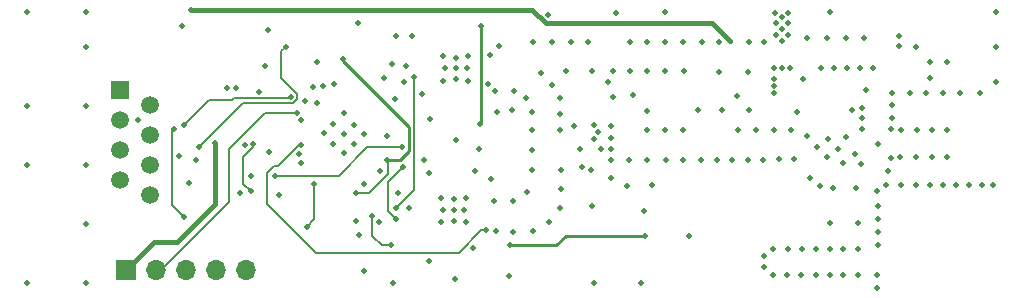
<source format=gbr>
%TF.GenerationSoftware,KiCad,Pcbnew,7.0.5-0*%
%TF.CreationDate,2024-01-25T09:03:23-08:00*%
%TF.ProjectId,transponder-11.9.0,7472616e-7370-46f6-9e64-65722d31312e,rev?*%
%TF.SameCoordinates,Original*%
%TF.FileFunction,Copper,L2,Inr*%
%TF.FilePolarity,Positive*%
%FSLAX46Y46*%
G04 Gerber Fmt 4.6, Leading zero omitted, Abs format (unit mm)*
G04 Created by KiCad (PCBNEW 7.0.5-0) date 2024-01-25 09:03:23*
%MOMM*%
%LPD*%
G01*
G04 APERTURE LIST*
%TA.AperFunction,ComponentPad*%
%ADD10R,1.700000X1.700000*%
%TD*%
%TA.AperFunction,ComponentPad*%
%ADD11O,1.700000X1.700000*%
%TD*%
%TA.AperFunction,ComponentPad*%
%ADD12R,1.500000X1.500000*%
%TD*%
%TA.AperFunction,ComponentPad*%
%ADD13C,1.500000*%
%TD*%
%TA.AperFunction,ComponentPad*%
%ADD14C,0.500000*%
%TD*%
%TA.AperFunction,ViaPad*%
%ADD15C,0.500000*%
%TD*%
%TA.AperFunction,Conductor*%
%ADD16C,0.152000*%
%TD*%
%TA.AperFunction,Conductor*%
%ADD17C,0.254000*%
%TD*%
%TA.AperFunction,Conductor*%
%ADD18C,0.400000*%
%TD*%
G04 APERTURE END LIST*
D10*
%TO.N,+3.3V*%
%TO.C,J2*%
X117325000Y-111900000D03*
D11*
%TO.N,SWDIO*%
X119865000Y-111900000D03*
%TO.N,SWCLK*%
X122405000Y-111900000D03*
%TO.N,NRST*%
X124945000Y-111900000D03*
%TO.N,GND*%
X127485000Y-111900000D03*
%TD*%
D12*
%TO.N,/Connections/V_IN*%
%TO.C,J1*%
X116850000Y-96650000D03*
D13*
%TO.N,/Connections/HOST_TX_OFF*%
X119390000Y-97920000D03*
%TO.N,/Connections/HOST_UART_TX*%
X116850000Y-99190000D03*
%TO.N,/Connections/HOST_GPS_STATUS*%
X119390000Y-100460000D03*
%TO.N,/Connections/HOST_UART_RX*%
X116850000Y-101730000D03*
%TO.N,/Connections/HOST_RX_STATUS*%
X119390000Y-103000000D03*
%TO.N,/Connections/HOST_TX_STATUS*%
X116850000Y-104270000D03*
%TO.N,GND*%
X119390000Y-105540000D03*
%TD*%
D14*
%TO.N,GND*%
%TO.C,U1*%
X146325000Y-95850000D03*
X146325000Y-93750000D03*
X144225000Y-95850000D03*
X144225000Y-93750000D03*
%TD*%
%TO.N,GND*%
%TO.C,U2*%
X146150000Y-107850000D03*
X146150000Y-105750000D03*
X144050000Y-107850000D03*
X144050000Y-105750000D03*
%TD*%
D15*
%TO.N,GND*%
X175000000Y-100500000D03*
X144400000Y-94800000D03*
X184300000Y-100000000D03*
X164500000Y-102600000D03*
X134900000Y-101200000D03*
X150100000Y-106000000D03*
X145300000Y-95700000D03*
X181000000Y-101200000D03*
X155300000Y-99700000D03*
X161500000Y-98400000D03*
X122100000Y-91200000D03*
X145100000Y-105900000D03*
X164500000Y-92600000D03*
X114000000Y-90000000D03*
X179200000Y-104900000D03*
X151800000Y-92600000D03*
X169200000Y-100000000D03*
X173400000Y-110100000D03*
X181000000Y-109800000D03*
X182900000Y-102300000D03*
X156700000Y-103400000D03*
X183700000Y-96900000D03*
X161500000Y-100000000D03*
X185100000Y-96900000D03*
X158600000Y-95000000D03*
X186500000Y-96900000D03*
X176100000Y-104800000D03*
X172100000Y-112300000D03*
X189800000Y-104700000D03*
X114000000Y-108000000D03*
X176700000Y-92200000D03*
X167600000Y-92600000D03*
X159900000Y-102600000D03*
X145300000Y-100900000D03*
X126700000Y-96500000D03*
X182100000Y-102400000D03*
X135800000Y-102000000D03*
X172900000Y-94800000D03*
X185400000Y-95600000D03*
X178100000Y-110100000D03*
X186900000Y-94300000D03*
X153200000Y-107800000D03*
X181900000Y-103500000D03*
X163000000Y-100000000D03*
X181000000Y-107600000D03*
X143000000Y-111100000D03*
X172200000Y-96900000D03*
X121800000Y-102200000D03*
X158600000Y-97200000D03*
X114000000Y-93000000D03*
X185600000Y-102300000D03*
X151700000Y-98500000D03*
X177000000Y-112300000D03*
X166100000Y-92600000D03*
X184200000Y-93000000D03*
X175000000Y-92200000D03*
X176200000Y-94800000D03*
X179300000Y-112300000D03*
X184200000Y-102300000D03*
X175800000Y-110100000D03*
X184200000Y-104700000D03*
X154100000Y-98700000D03*
X160000000Y-92600000D03*
X140000000Y-113000000D03*
X191000000Y-96000000D03*
X154600000Y-95000000D03*
X158400000Y-102600000D03*
X182200000Y-99000000D03*
X161000000Y-113000000D03*
X171400000Y-110700000D03*
X172900000Y-92500000D03*
X178800000Y-98300000D03*
X179700000Y-99000000D03*
X167400000Y-102600000D03*
X170000000Y-95100000D03*
X191000000Y-90000000D03*
X172600000Y-102500000D03*
X151800000Y-108600000D03*
X172400000Y-92000000D03*
X148900000Y-92900000D03*
X147200000Y-101600000D03*
X179300000Y-110100000D03*
X150100000Y-108700000D03*
X177000000Y-90000000D03*
X176700000Y-102300000D03*
X173400000Y-92000000D03*
X177200000Y-104900000D03*
X188700000Y-104700000D03*
X142600000Y-102600000D03*
X161500000Y-95000000D03*
X173300000Y-112300000D03*
X158400000Y-101600000D03*
X178400000Y-94800000D03*
X181000000Y-106500000D03*
X173700000Y-100000000D03*
X182800000Y-92900000D03*
X127400000Y-101300000D03*
X182200000Y-97900000D03*
X160000000Y-95000000D03*
X181000000Y-108700000D03*
X148200000Y-93700000D03*
X109000000Y-98000000D03*
X182800000Y-92100000D03*
X178100000Y-112300000D03*
X140200000Y-92100000D03*
X170700000Y-100000000D03*
X137000000Y-91000000D03*
X183000000Y-100000000D03*
X163000000Y-90000000D03*
X183000000Y-104700000D03*
X158400000Y-100700000D03*
X152500000Y-95200000D03*
X109000000Y-113000000D03*
X177000000Y-110100000D03*
X154100000Y-97300000D03*
X151300000Y-105300000D03*
X153100000Y-90300000D03*
X172300000Y-90100000D03*
X148600000Y-96700000D03*
X143100000Y-99100000D03*
X170000000Y-102600000D03*
X164600000Y-95000000D03*
X109000000Y-103000000D03*
X153400000Y-92600000D03*
X178100000Y-102800000D03*
X180900000Y-105200000D03*
X172200000Y-95700000D03*
X157600000Y-101600000D03*
X174500000Y-112300000D03*
X153400000Y-96200000D03*
X150200000Y-96700000D03*
X157000000Y-113000000D03*
X154200000Y-103400000D03*
X114000000Y-103000000D03*
X163000000Y-92600000D03*
X151700000Y-100000000D03*
X170100000Y-92600000D03*
X177300000Y-94800000D03*
X156800000Y-106500000D03*
X180600000Y-94800000D03*
X170100000Y-98300000D03*
X165800000Y-98300000D03*
X172100000Y-110100000D03*
X154100000Y-100000000D03*
X134900000Y-99500000D03*
X135800000Y-98600000D03*
X182100000Y-99900000D03*
X160300000Y-97100000D03*
X125900000Y-96500000D03*
X157000000Y-99600000D03*
X137500000Y-100400000D03*
X146900000Y-103500000D03*
X145200000Y-112600000D03*
X167800000Y-98300000D03*
X166000000Y-102600000D03*
X159800000Y-104800000D03*
X172900000Y-91500000D03*
X173600000Y-94800000D03*
X172200000Y-94800000D03*
X177000000Y-107900000D03*
X144200000Y-106800000D03*
X129400000Y-91600000D03*
X172900000Y-90500000D03*
X141600000Y-92100000D03*
X148500000Y-106000000D03*
X185600000Y-100000000D03*
X164500000Y-100000000D03*
X171400000Y-92600000D03*
X154100000Y-106600000D03*
X114000000Y-113000000D03*
X179700000Y-98200000D03*
X173900000Y-102500000D03*
X136700000Y-99600000D03*
X156500000Y-92600000D03*
X185400000Y-94300000D03*
X181700000Y-104700000D03*
X146200000Y-94800000D03*
X146000000Y-106800000D03*
X114000000Y-98000000D03*
X175800000Y-112300000D03*
X172400000Y-91000000D03*
X179800000Y-92200000D03*
X179300000Y-107900000D03*
X186500000Y-104700000D03*
X173400000Y-90100000D03*
X145100000Y-106800000D03*
X187600000Y-104700000D03*
X172200000Y-100000000D03*
X178300000Y-92200000D03*
X180000000Y-96600000D03*
X129100000Y-94600000D03*
X190800000Y-104700000D03*
X158400000Y-99700000D03*
X177600000Y-101600000D03*
X180900000Y-112300000D03*
X188000000Y-96900000D03*
X161500000Y-92600000D03*
X191000000Y-93000000D03*
X145300000Y-93900000D03*
X109000000Y-90000000D03*
X175900000Y-101500000D03*
X168700000Y-102600000D03*
X175300000Y-104100000D03*
X167600000Y-95100000D03*
X176800000Y-100800000D03*
X136700000Y-101200000D03*
X179700000Y-99900000D03*
X155800000Y-101600000D03*
X172200000Y-96300000D03*
X174600000Y-110100000D03*
X180900000Y-113400000D03*
X151700000Y-101700000D03*
X161500000Y-102600000D03*
X171300000Y-102600000D03*
X186900000Y-102300000D03*
X154200000Y-105000000D03*
X148700000Y-108600000D03*
X182200000Y-96900000D03*
X151200000Y-97300000D03*
X163100000Y-102600000D03*
X135800000Y-100400000D03*
X179600000Y-102900000D03*
X171400000Y-111600000D03*
X155000000Y-92600000D03*
X157300000Y-100200000D03*
X151700000Y-103400000D03*
X145100000Y-107700000D03*
X156800000Y-95000000D03*
X185400000Y-104700000D03*
X179500000Y-94800000D03*
X189700000Y-96900000D03*
X186900000Y-100000000D03*
X157000000Y-100800000D03*
X173400000Y-91000000D03*
X134100000Y-100300000D03*
X145300000Y-94800000D03*
X163000000Y-95000000D03*
%TO.N,+3.3V*%
X136831443Y-105319230D03*
X124900000Y-101100000D03*
X148300000Y-104200000D03*
X161300000Y-109000000D03*
X135700000Y-94000000D03*
X149900000Y-109800000D03*
X179046220Y-102063024D03*
X165000000Y-109000000D03*
X147300000Y-99500000D03*
X139491490Y-102600000D03*
X128642814Y-96774500D03*
X147400000Y-91200000D03*
%TO.N,/Connections/MCU_UART_TX*%
X134049500Y-96300000D03*
X133500000Y-94276500D03*
%TO.N,/Connections/MCU_UART_RX*%
X133485172Y-97714828D03*
X133200000Y-96400000D03*
%TO.N,/Connections/GPS_STATUS*%
X132503578Y-97549831D03*
X127900000Y-103900000D03*
%TO.N,/Connections/HOST_TX_OFF*%
X121385000Y-99915000D03*
X122300000Y-107400000D03*
%TO.N,/Connections/HOST_TX_STATUS*%
X122700000Y-104500000D03*
%TO.N,/Connections/HOST_RX_STATUS*%
X123300000Y-102600000D03*
%TO.N,/Connections/HOST_UART_RX*%
X130875000Y-93000000D03*
X123500000Y-101500000D03*
%TO.N,/Connections/HOST_UART_TX*%
X131300000Y-97200000D03*
X122300000Y-99600000D03*
X118400000Y-99200000D03*
%TO.N,Net-(IC1-ADJ{slash}NC)*%
X174700000Y-95700000D03*
X174200000Y-98500000D03*
%TO.N,/Connections/V_IN*%
X122900000Y-89887500D03*
X169100000Y-97175000D03*
X168500000Y-92500000D03*
%TO.N,/GNSS/GPS_EN*%
X139800000Y-109800000D03*
X138206429Y-107296909D03*
X137525500Y-104600000D03*
X149800000Y-112400000D03*
%TO.N,/Receiver/V_LNA*%
X150000000Y-98300000D03*
X158200000Y-96000000D03*
%TO.N,/Connections/RX_STATUS*%
X140700000Y-101500000D03*
X129979145Y-103950224D03*
%TO.N,/MCU/V_PA_BIAS*%
X135000000Y-96100000D03*
X158800000Y-90100000D03*
%TO.N,/MCU/TRX_SDN*%
X147976500Y-96100000D03*
X139200000Y-95600000D03*
%TO.N,/MCU/SPI_SCK*%
X140400000Y-105400000D03*
X140166990Y-97366991D03*
X139900000Y-94400000D03*
%TO.N,/MCU/SPI_MISO*%
X141100000Y-94624500D03*
X140863438Y-95975500D03*
X141300000Y-106600000D03*
%TO.N,/Receiver/RFSW_CTRL*%
X148800000Y-98500000D03*
X155950000Y-103200000D03*
%TO.N,/MCU/SPI_MOSI*%
X141775998Y-95568700D03*
X140200000Y-106600000D03*
%TO.N,/MCU/RX_SDN*%
X132200000Y-101300000D03*
X147810996Y-108479266D03*
%TO.N,/GNSS/GPS_1PPS*%
X136800000Y-107700000D03*
X161200000Y-106900000D03*
X137100000Y-108925500D03*
X139491490Y-100500000D03*
%TO.N,/GNSS/GPS_OUT*%
X142375500Y-97000000D03*
X161900000Y-104700000D03*
%TO.N,/MCU/RX_DATA*%
X143000000Y-103700000D03*
X132209431Y-102800676D03*
%TO.N,/MCU/RX_CS*%
X140200000Y-107599503D03*
X140791812Y-103137929D03*
%TO.N,/MCU/RX_CLK*%
X132000000Y-102100000D03*
X146700000Y-110000000D03*
%TO.N,Net-(U10-D1)*%
X127000000Y-105400000D03*
X129437610Y-101861544D03*
%TO.N,Net-(U5-PB7)*%
X132700000Y-108200000D03*
X133300000Y-104625724D03*
%TO.N,Net-(U10-G2)*%
X128100000Y-101200000D03*
X130300000Y-105500000D03*
X127900000Y-105200000D03*
%TO.N,Net-(D4-K)*%
X178300000Y-100600000D03*
X158400000Y-104100000D03*
%TO.N,SWDIO*%
X131800000Y-98600000D03*
%TO.N,SWCLK*%
X132200000Y-99200000D03*
%TO.N,NRST*%
X138800000Y-107857677D03*
X137500000Y-112000000D03*
X138824980Y-103477484D03*
%TD*%
D16*
%TO.N,+3.3V*%
X137939243Y-105319230D02*
X136831443Y-105319230D01*
D17*
X141297000Y-99797000D02*
X135700000Y-94200000D01*
X153800000Y-109800000D02*
X154600000Y-109000000D01*
X141297000Y-101816739D02*
X141297000Y-99797000D01*
D18*
X117325000Y-111900000D02*
X119725000Y-109500000D01*
D16*
X139491490Y-102600000D02*
X139500980Y-102609490D01*
D17*
X154600000Y-109000000D02*
X161300000Y-109000000D01*
X149900000Y-109800000D02*
X153800000Y-109800000D01*
D16*
X139500980Y-103757493D02*
X137939243Y-105319230D01*
D18*
X124900000Y-106300000D02*
X124900000Y-101100000D01*
X119725000Y-109500000D02*
X121700000Y-109500000D01*
D17*
X139491490Y-102600000D02*
X140513739Y-102600000D01*
X147400000Y-91200000D02*
X147400000Y-99400000D01*
X140513739Y-102600000D02*
X141297000Y-101816739D01*
D16*
X139500980Y-102609490D02*
X139500980Y-103757493D01*
D17*
X147400000Y-99400000D02*
X147300000Y-99500000D01*
D18*
X121700000Y-109500000D02*
X124900000Y-106300000D01*
D17*
X135700000Y-94200000D02*
X135700000Y-94000000D01*
D16*
%TO.N,/Connections/HOST_TX_OFF*%
X122300000Y-107400000D02*
X121274000Y-106374000D01*
X121274000Y-100026000D02*
X121385000Y-99915000D01*
X121274000Y-106374000D02*
X121274000Y-100026000D01*
%TO.N,/Connections/HOST_UART_RX*%
X131826000Y-96982123D02*
X131826000Y-97417877D01*
X130875000Y-93000000D02*
X130500000Y-93375000D01*
X130500000Y-95656123D02*
X131826000Y-96982123D01*
X131517877Y-97726000D02*
X127274000Y-97726000D01*
X127274000Y-97726000D02*
X123500000Y-101500000D01*
X131826000Y-97417877D02*
X131517877Y-97726000D01*
X130500000Y-93375000D02*
X130500000Y-95656123D01*
%TO.N,/Connections/HOST_UART_TX*%
X122300000Y-99600000D02*
X124400000Y-97500000D01*
X126500000Y-97300000D02*
X131200000Y-97300000D01*
X124400000Y-97500000D02*
X126300000Y-97500000D01*
X126300000Y-97500000D02*
X126500000Y-97300000D01*
X131200000Y-97300000D02*
X131300000Y-97200000D01*
D18*
%TO.N,/Connections/V_IN*%
X151768261Y-89887500D02*
X152880761Y-91000000D01*
X160700000Y-91000000D02*
X167000000Y-91000000D01*
X167000000Y-91000000D02*
X168500000Y-92500000D01*
X152880761Y-91000000D02*
X160700000Y-91000000D01*
X122900000Y-89887500D02*
X151768261Y-89887500D01*
D16*
%TO.N,/GNSS/GPS_EN*%
X138300000Y-109100000D02*
X139000000Y-109800000D01*
X139000000Y-109800000D02*
X139800000Y-109800000D01*
X138206429Y-107296909D02*
X138206429Y-109006429D01*
X138206429Y-109006429D02*
X138300000Y-109100000D01*
%TO.N,/Connections/RX_STATUS*%
X137800000Y-101500000D02*
X135349776Y-103950224D01*
X135349776Y-103950224D02*
X129979145Y-103950224D01*
X140700000Y-101500000D02*
X137800000Y-101500000D01*
%TO.N,/MCU/SPI_MOSI*%
X140200000Y-106600000D02*
X141700000Y-105100000D01*
X141700000Y-105100000D02*
X141700000Y-95644698D01*
X141700000Y-95644698D02*
X141775998Y-95568700D01*
%TO.N,/MCU/RX_SDN*%
X129303145Y-106303145D02*
X129303145Y-103670215D01*
X133400000Y-110400000D02*
X129303145Y-106303145D01*
X129867005Y-103106355D02*
X130200000Y-103106355D01*
X145507476Y-110400000D02*
X133400000Y-110400000D01*
X147810996Y-108479266D02*
X147428210Y-108479266D01*
X130200000Y-103106355D02*
X132006355Y-101300000D01*
X129303145Y-103670215D02*
X129867005Y-103106355D01*
X147428210Y-108479266D02*
X145507476Y-110400000D01*
X132006355Y-101300000D02*
X132200000Y-101300000D01*
%TO.N,/MCU/RX_CS*%
X139524000Y-104405741D02*
X139524000Y-106923503D01*
X139524000Y-106923503D02*
X140200000Y-107599503D01*
X140791812Y-103137929D02*
X139524000Y-104405741D01*
%TO.N,Net-(U5-PB7)*%
X133300000Y-104625724D02*
X133300000Y-107600000D01*
X133300000Y-107600000D02*
X132700000Y-108200000D01*
%TO.N,Net-(U10-G2)*%
X127300000Y-104600000D02*
X127300000Y-102300000D01*
X127300000Y-102300000D02*
X128100000Y-101500000D01*
X127900000Y-105200000D02*
X127300000Y-104600000D01*
X128100000Y-101500000D02*
X128100000Y-101200000D01*
%TO.N,SWDIO*%
X126100000Y-101600000D02*
X126100000Y-106100000D01*
X126100000Y-106100000D02*
X120300000Y-111900000D01*
X129100000Y-98600000D02*
X126100000Y-101600000D01*
X120300000Y-111900000D02*
X119865000Y-111900000D01*
X131800000Y-98600000D02*
X129100000Y-98600000D01*
%TD*%
M02*

</source>
